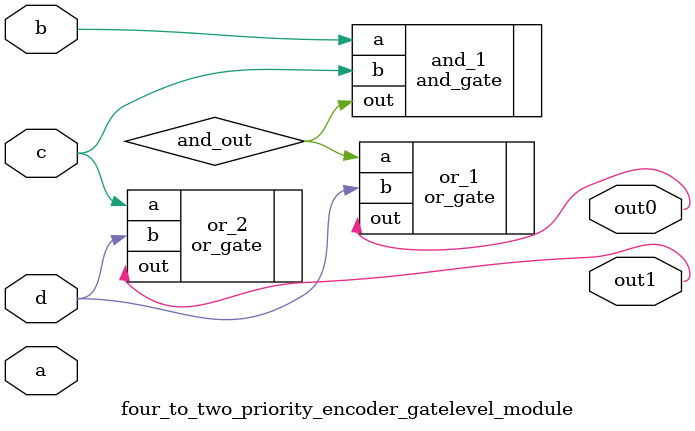
<source format=v>

module four_to_two_priority_encoder_gatelevel_module (a, b, c, d, out0, out1);
	input a, b, c, d;

	wire and_out;

	output out0, out1;
	
	and_gate and_1(.a(b), .b(c), .out(and_out));
	or_gate or_1(.a(and_out), .b(d), .out(out0));
	or_gate or_2(.a(c), .b(d), .out(out1));

endmodule

</source>
